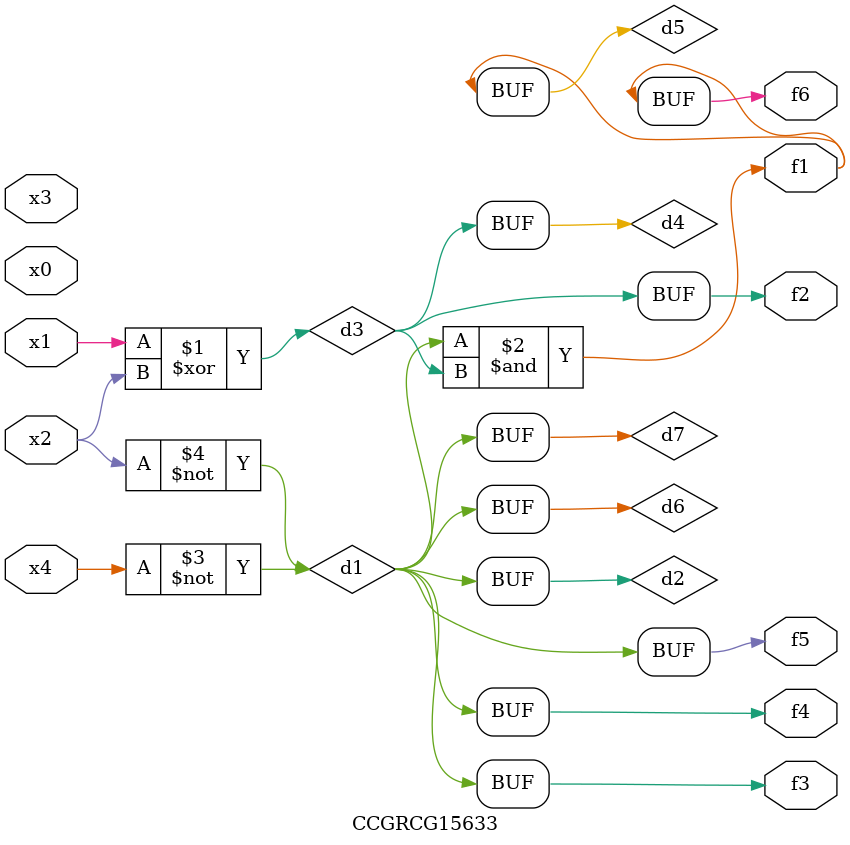
<source format=v>
module CCGRCG15633(
	input x0, x1, x2, x3, x4,
	output f1, f2, f3, f4, f5, f6
);

	wire d1, d2, d3, d4, d5, d6, d7;

	not (d1, x4);
	not (d2, x2);
	xor (d3, x1, x2);
	buf (d4, d3);
	and (d5, d1, d3);
	buf (d6, d1, d2);
	buf (d7, d2);
	assign f1 = d5;
	assign f2 = d4;
	assign f3 = d7;
	assign f4 = d7;
	assign f5 = d7;
	assign f6 = d5;
endmodule

</source>
